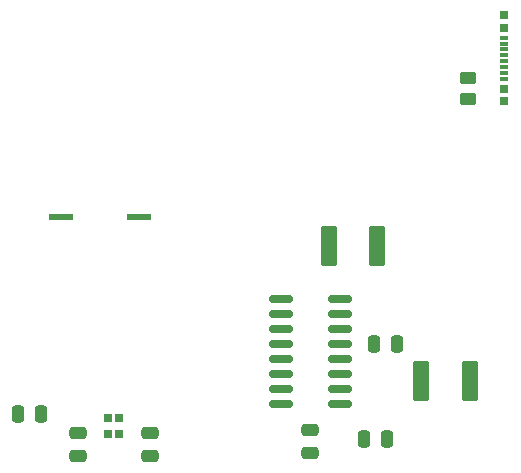
<source format=gbr>
%TF.GenerationSoftware,KiCad,Pcbnew,8.0.3*%
%TF.CreationDate,2024-10-26T03:20:47-07:00*%
%TF.ProjectId,test,74657374-2e6b-4696-9361-645f70636258,rev?*%
%TF.SameCoordinates,Original*%
%TF.FileFunction,Paste,Bot*%
%TF.FilePolarity,Positive*%
%FSLAX46Y46*%
G04 Gerber Fmt 4.6, Leading zero omitted, Abs format (unit mm)*
G04 Created by KiCad (PCBNEW 8.0.3) date 2024-10-26 03:20:47*
%MOMM*%
%LPD*%
G01*
G04 APERTURE LIST*
G04 Aperture macros list*
%AMRoundRect*
0 Rectangle with rounded corners*
0 $1 Rounding radius*
0 $2 $3 $4 $5 $6 $7 $8 $9 X,Y pos of 4 corners*
0 Add a 4 corners polygon primitive as box body*
4,1,4,$2,$3,$4,$5,$6,$7,$8,$9,$2,$3,0*
0 Add four circle primitives for the rounded corners*
1,1,$1+$1,$2,$3*
1,1,$1+$1,$4,$5*
1,1,$1+$1,$6,$7*
1,1,$1+$1,$8,$9*
0 Add four rect primitives between the rounded corners*
20,1,$1+$1,$2,$3,$4,$5,0*
20,1,$1+$1,$4,$5,$6,$7,0*
20,1,$1+$1,$6,$7,$8,$9,0*
20,1,$1+$1,$8,$9,$2,$3,0*%
G04 Aperture macros list end*
%ADD10RoundRect,0.250000X0.250000X0.475000X-0.250000X0.475000X-0.250000X-0.475000X0.250000X-0.475000X0*%
%ADD11RoundRect,0.250000X0.475000X-0.250000X0.475000X0.250000X-0.475000X0.250000X-0.475000X-0.250000X0*%
%ADD12R,2.108200X0.558800*%
%ADD13R,0.640000X0.700000*%
%ADD14RoundRect,0.250000X-0.475000X0.250000X-0.475000X-0.250000X0.475000X-0.250000X0.475000X0.250000X0*%
%ADD15RoundRect,0.150000X0.850000X0.150000X-0.850000X0.150000X-0.850000X-0.150000X0.850000X-0.150000X0*%
%ADD16RoundRect,0.249999X-0.450001X-1.450001X0.450001X-1.450001X0.450001X1.450001X-0.450001X1.450001X0*%
%ADD17RoundRect,0.250000X-0.450000X0.262500X-0.450000X-0.262500X0.450000X-0.262500X0.450000X0.262500X0*%
%ADD18RoundRect,0.250000X-0.250000X-0.475000X0.250000X-0.475000X0.250000X0.475000X-0.250000X0.475000X0*%
%ADD19R,0.750000X0.770000*%
%ADD20R,0.750000X0.310000*%
G04 APERTURE END LIST*
D10*
%TO.C,C16*%
X187005000Y-122597499D03*
X185105000Y-122597499D03*
%TD*%
D11*
%TO.C,C36*%
X159982500Y-132080000D03*
X159982500Y-130180000D03*
%TD*%
D12*
%TO.C,SW4*%
X158558000Y-111884000D03*
X165159400Y-111884000D03*
%TD*%
D13*
%TO.C,RN1*%
X163500500Y-130240000D03*
X162560500Y-130240000D03*
X162560500Y-128840000D03*
X163500500Y-128840000D03*
%TD*%
D14*
%TO.C,C37*%
X166078500Y-130180000D03*
X166078500Y-132080000D03*
%TD*%
D10*
%TO.C,C20*%
X186167500Y-130650000D03*
X184267500Y-130650000D03*
%TD*%
D11*
%TO.C,C15*%
X179705000Y-131802499D03*
X179705000Y-129902499D03*
%TD*%
D15*
%TO.C,U2*%
X182205000Y-118787499D03*
X182205000Y-120057499D03*
X182205000Y-121327499D03*
X182205000Y-122597499D03*
X182205000Y-123867499D03*
X182205000Y-125137499D03*
X182205000Y-126407499D03*
X182205000Y-127677499D03*
X177205000Y-127677499D03*
X177205000Y-126407499D03*
X177205000Y-125137499D03*
X177205000Y-123867499D03*
X177205000Y-122597499D03*
X177205000Y-121327499D03*
X177205000Y-120057499D03*
X177205000Y-118787499D03*
%TD*%
D16*
%TO.C,C14*%
X189085000Y-125730000D03*
X193185000Y-125730000D03*
%TD*%
D17*
%TO.C,R15*%
X193040000Y-100052500D03*
X193040000Y-101877500D03*
%TD*%
D18*
%TO.C,C35*%
X154968500Y-128524000D03*
X156868500Y-128524000D03*
%TD*%
D16*
%TO.C,C17*%
X181262500Y-114300000D03*
X185362500Y-114300000D03*
%TD*%
D19*
%TO.C,J3*%
X196085000Y-94795000D03*
X196085000Y-95865000D03*
D20*
X196085000Y-97175000D03*
X196085000Y-98175000D03*
X196085000Y-98675000D03*
X196085000Y-99675000D03*
D19*
X196085000Y-100985000D03*
X196085000Y-102055000D03*
D20*
X196085000Y-100175000D03*
X196085000Y-99175000D03*
X196085000Y-97675000D03*
X196085000Y-96675000D03*
%TD*%
M02*

</source>
